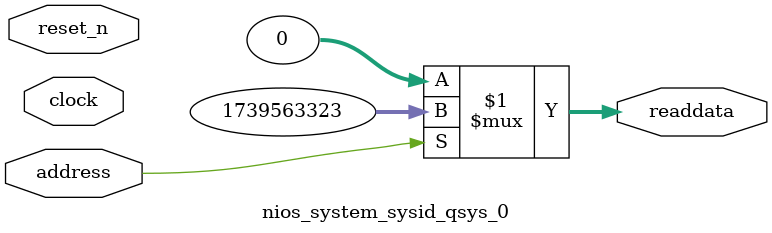
<source format=v>



// synthesis translate_off
`timescale 1ns / 1ps
// synthesis translate_on

// turn off superfluous verilog processor warnings 
// altera message_level Level1 
// altera message_off 10034 10035 10036 10037 10230 10240 10030 

module nios_system_sysid_qsys_0 (
               // inputs:
                address,
                clock,
                reset_n,

               // outputs:
                readdata
             )
;

  output  [ 31: 0] readdata;
  input            address;
  input            clock;
  input            reset_n;

  wire    [ 31: 0] readdata;
  //control_slave, which is an e_avalon_slave
  assign readdata = address ? 1739563323 : 0;

endmodule



</source>
